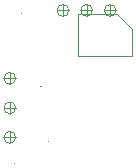
<source format=gbr>
%TF.GenerationSoftware,KiCad,Pcbnew,9.0.0*%
%TF.CreationDate,2025-04-22T14:07:13+01:00*%
%TF.ProjectId,vm_light_sensor_0.3,766d5f6c-6967-4687-945f-73656e736f72,v0.3*%
%TF.SameCoordinates,PX510ff40PY47868c0*%
%TF.FileFunction,AssemblyDrawing,Top*%
%FSLAX45Y45*%
G04 Gerber Fmt 4.5, Leading zero omitted, Abs format (unit mm)*
G04 Created by KiCad (PCBNEW 9.0.0) date 2025-04-22 14:07:13*
%MOMM*%
%LPD*%
G01*
G04 APERTURE LIST*
%ADD10C,0.100000*%
%ADD11C,0.120000*%
%ADD12C,0.075000*%
G04 APERTURE END LIST*
D10*
%TO.C,GS5*%
X150000Y825000D02*
X250000Y825000D01*
X200000Y875000D02*
X200000Y775000D01*
X250000Y825000D02*
G75*
G02*
X150000Y825000I-50000J0D01*
G01*
X150000Y825000D02*
G75*
G02*
X250000Y825000I50000J0D01*
G01*
%TO.C,GS3*%
X-700000Y250000D02*
X-600000Y250000D01*
X-650000Y300000D02*
X-650000Y200000D01*
X-600000Y250000D02*
G75*
G02*
X-700000Y250000I-50000J0D01*
G01*
X-700000Y250000D02*
G75*
G02*
X-600000Y250000I50000J0D01*
G01*
D11*
%TO.C,J1*%
X-68100Y799060D02*
X262100Y799060D01*
X-68100Y443460D02*
X-68100Y799060D01*
X262100Y799060D02*
X389100Y672060D01*
X389100Y672060D02*
X389100Y443460D01*
X389100Y443460D02*
X-68100Y443460D01*
D10*
%TO.C,GS4*%
X-50000Y825000D02*
X50000Y825000D01*
X0Y875000D02*
X0Y775000D01*
X50000Y825000D02*
G75*
G02*
X-50000Y825000I-50000J0D01*
G01*
X-50000Y825000D02*
G75*
G02*
X50000Y825000I50000J0D01*
G01*
%TO.C,U2*%
D12*
X-383750Y182500D02*
G75*
G02*
X-391250Y182500I-3750J0D01*
G01*
X-391250Y182500D02*
G75*
G02*
X-383750Y182500I3750J0D01*
G01*
D10*
%TO.C,GS6*%
X-250000Y825000D02*
X-150000Y825000D01*
X-200000Y875000D02*
X-200000Y775000D01*
X-150000Y825000D02*
G75*
G02*
X-250000Y825000I-50000J0D01*
G01*
X-250000Y825000D02*
G75*
G02*
X-150000Y825000I50000J0D01*
G01*
%TO.C,D1*%
D12*
X-603750Y-467500D02*
G75*
G02*
X-611250Y-467500I-3750J0D01*
G01*
X-611250Y-467500D02*
G75*
G02*
X-603750Y-467500I3750J0D01*
G01*
%TO.C,U1*%
X-319250Y-287500D02*
G75*
G02*
X-326750Y-287500I-3750J0D01*
G01*
X-326750Y-287500D02*
G75*
G02*
X-319250Y-287500I3750J0D01*
G01*
D10*
%TO.C,GS2*%
X-700000Y-250000D02*
X-600000Y-250000D01*
X-650000Y-200000D02*
X-650000Y-300000D01*
X-600000Y-250000D02*
G75*
G02*
X-700000Y-250000I-50000J0D01*
G01*
X-700000Y-250000D02*
G75*
G02*
X-600000Y-250000I50000J0D01*
G01*
%TO.C,GS1*%
X-700000Y0D02*
X-600000Y0D01*
X-650000Y50000D02*
X-650000Y-50000D01*
X-600000Y0D02*
G75*
G02*
X-700000Y0I-50000J0D01*
G01*
X-700000Y0D02*
G75*
G02*
X-600000Y0I50000J0D01*
G01*
%TO.C,D2*%
D12*
X-546250Y800000D02*
G75*
G02*
X-553750Y800000I-3750J0D01*
G01*
X-553750Y800000D02*
G75*
G02*
X-546250Y800000I3750J0D01*
G01*
%TD*%
M02*

</source>
